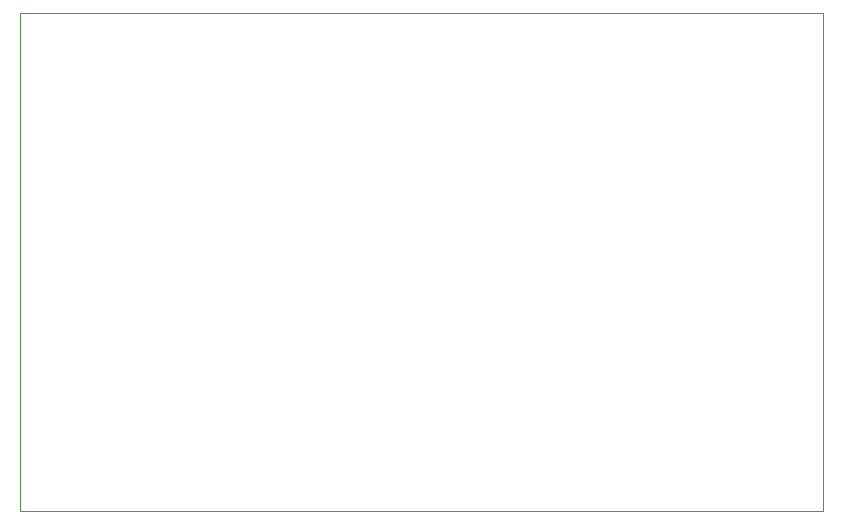
<source format=gbr>
%TF.GenerationSoftware,KiCad,Pcbnew,5.1.7-a382d34a8~87~ubuntu18.04.1*%
%TF.CreationDate,2020-10-29T22:49:13+05:30*%
%TF.ProjectId,leddriver,6c656464-7269-4766-9572-2e6b69636164,rev?*%
%TF.SameCoordinates,Original*%
%TF.FileFunction,Profile,NP*%
%FSLAX46Y46*%
G04 Gerber Fmt 4.6, Leading zero omitted, Abs format (unit mm)*
G04 Created by KiCad (PCBNEW 5.1.7-a382d34a8~87~ubuntu18.04.1) date 2020-10-29 22:49:13*
%MOMM*%
%LPD*%
G01*
G04 APERTURE LIST*
%TA.AperFunction,Profile*%
%ADD10C,0.050000*%
%TD*%
G04 APERTURE END LIST*
D10*
X203911200Y-61722000D02*
X271830800Y-61722000D01*
X203911200Y-19507200D02*
X203911200Y-61722000D01*
X271830800Y-19507200D02*
X271830800Y-61722000D01*
X203911200Y-19507200D02*
X271830800Y-19507200D01*
M02*

</source>
